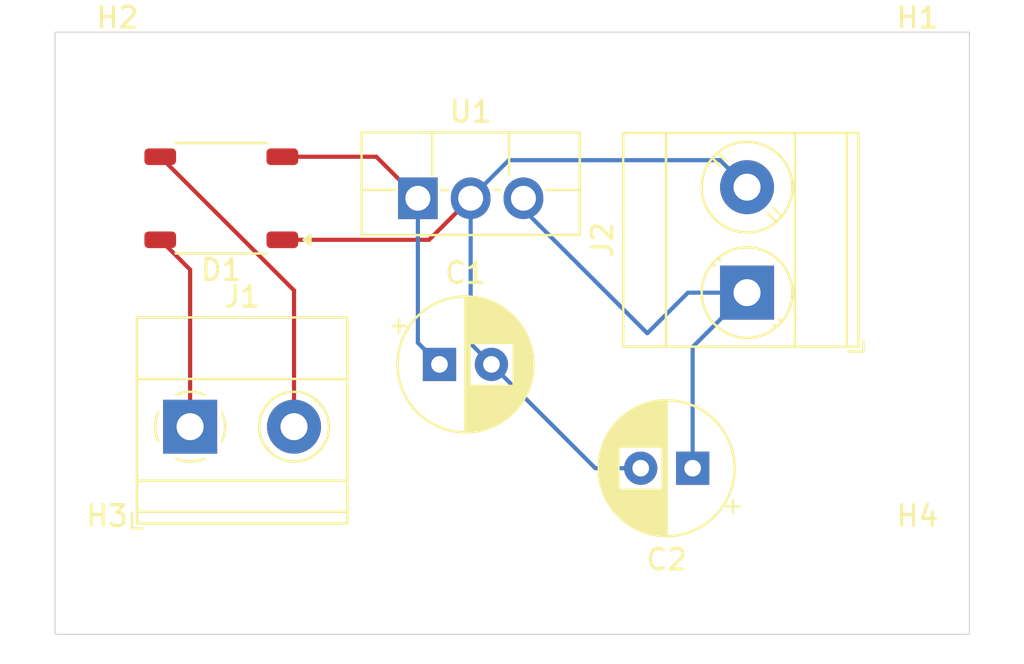
<source format=kicad_pcb>
(kicad_pcb (version 20240108) (generator "pcbnew") (generator_version "8.0")
  (layers (0 "F.Cu" signal) (31 "B.Cu" signal) (34 "B.Paste" user) (35 "F.Paste" user) (36 "B.SilkS" user "B.Silkscreen") (37 "F.SilkS" user "F.Silkscreen") (38 "B.Mask" user) (39 "F.Mask" user) (44 "Edge.Cuts" user))
  (net 0 "")
  (net 1 "Net-(D1--)")
  (net 2 "Net-(D1-+)")
  (net 3 "Net-(J1-Pin_1)")
  (net 4 "Net-(J1-Pin_2)")
  (net 5 "Net-(J2-Pin_1)")
  (footprint "TerminalBlock_Phoenix:TerminalBlock_Phoenix_MKDS-1,5-2_1x02_P5.00mm_Horizontal" (layer "F.Cu") (at 141 88.5)
    (property "Reference" "J1" (at 2.5 -6.26 0) (layer "F.SilkS"))
    (property "Value" "Screw_Terminal_01x02")
    (fp_line (start -2.8 4.16) (end -2.8 4.9) (stroke (width 0.12)) (layer "F.SilkS"))
    (fp_line (start -2.8 4.9) (end -2.3 4.9) (stroke (width 0.12)) (layer "F.SilkS"))
    (fp_line (start -2.56 -5.261) (end -2.56 4.66) (stroke (width 0.12)) (layer "F.SilkS"))
    (fp_line (start -2.56 -5.261) (end 7.56 -5.261) (stroke (width 0.12)) (layer "F.SilkS"))
    (fp_line (start -2.56 -2.301) (end 7.56 -2.301) (stroke (width 0.12)) (layer "F.SilkS"))
    (fp_line (start -2.56 2.6) (end 7.56 2.6) (stroke (width 0.12)) (layer "F.SilkS"))
    (fp_line (start -2.56 4.1) (end 7.56 4.1) (stroke (width 0.12)) (layer "F.SilkS"))
    (fp_line (start -2.56 4.66) (end 7.56 4.66) (stroke (width 0.12)) (layer "F.SilkS"))
    (fp_line (start 3.773 1.023) (end 3.726 1.069) (stroke (width 0.12)) (layer "F.SilkS"))
    (fp_line (start 3.966 1.239) (end 3.931 1.274) (stroke (width 0.12)) (layer "F.SilkS"))
    (fp_line (start 6.07 -1.275) (end 6.035 -1.239) (stroke (width 0.12)) (layer "F.SilkS"))
    (fp_line (start 6.275 -1.069) (end 6.228 -1.023) (stroke (width 0.12)) (layer "F.SilkS"))
    (fp_line (start 7.56 -5.261) (end 7.56 4.66) (stroke (width 0.12)) (layer "F.SilkS"))
    (fp_arc (start -1.535427 0.683042) (mid -1.680501 -0.000524) (end -1.535 -0.684) (stroke (width 0.12)) (layer "F.SilkS"))
    (fp_arc (start -0.683042 -1.535427) (mid 0.000524 -1.680501) (end 0.684 -1.535) (stroke (width 0.12)) (layer "F.SilkS"))
    (fp_arc (start 0.028805 1.680253) (mid -0.335551 1.646659) (end -0.684 1.535) (stroke (width 0.12)) (layer "F.SilkS"))
    (fp_arc (start 0.683318 1.534756) (mid 0.349292 1.643288) (end 0 1.68) (stroke (width 0.12)) (layer "F.SilkS"))
    (fp_arc (start 1.535427 -0.683042) (mid 1.680501 0.000524) (end 1.535 0.684) (stroke (width 0.12)) (layer "F.SilkS"))
    (fp_circle (center 5 0) (end 6.68 0) (stroke (width 0.12)) (fill none) (layer "F.SilkS"))
    (pad "1" thru_hole rect (at 0 0) (size 2.6 2.6) (drill 1.3) (layers "*.Cu" "*.Mask") (net 3 "Net-(J1-Pin_1)"))
    (pad "2" thru_hole circle (at 5 0) (size 2.6 2.6) (drill 1.3) (layers "*.Cu" "*.Mask") (net 4 "Net-(J1-Pin_2)"))
  )
  (footprint "MountingHole:MountingHole_2mm" (layer "F.Cu") (at 176 72)
    (property "Reference" "H1" (at 0 -3.2 0) (layer "F.SilkS"))
    (property "Value" "MountingHole")
    (pad "" np_thru_hole circle (at 0 0) (size 2 2) (drill 2) (layers "*.Cu" "*.Mask"))
  )
  (footprint "Capacitor_THT:CP_Radial_D6.3mm_P2.50mm" (layer "F.Cu") (at 165.18238 90.5 180)
    (property "Reference" "C2" (at 1.25 -4.4 0) (layer "F.SilkS"))
    (property "Value" "C_Polarized")
    (fp_line (start 4.491 -0.402) (end 4.491 0.402) (stroke (width 0.12)) (layer "F.SilkS"))
    (fp_line (start 4.451 -0.633) (end 4.451 0.633) (stroke (width 0.12)) (layer "F.SilkS"))
    (fp_line (start 4.411 -0.802) (end 4.411 0.802) (stroke (width 0.12)) (layer "F.SilkS"))
    (fp_line (start 4.371 -0.94) (end 4.371 0.94) (stroke (width 0.12)) (layer "F.SilkS"))
    (fp_line (start 4.331 -1.059) (end 4.331 1.059) (stroke (width 0.12)) (layer "F.SilkS"))
    (fp_line (start 4.291 -1.165) (end 4.291 1.165) (stroke (width 0.12)) (layer "F.SilkS"))
    (fp_line (start 4.251 -1.262) (end 4.251 1.262) (stroke (width 0.12)) (layer "F.SilkS"))
    (fp_line (start 4.211 -1.35) (end 4.211 1.35) (stroke (width 0.12)) (layer "F.SilkS"))
    (fp_line (start 4.171 -1.432) (end 4.171 1.432) (stroke (width 0.12)) (layer "F.SilkS"))
    (fp_line (start 4.131 -1.509) (end 4.131 1.509) (stroke (width 0.12)) (layer "F.SilkS"))
    (fp_line (start 4.091 -1.581) (end 4.091 1.581) (stroke (width 0.12)) (layer "F.SilkS"))
    (fp_line (start 4.051 -1.65) (end 4.051 1.65) (stroke (width 0.12)) (layer "F.SilkS"))
    (fp_line (start 4.011 -1.714) (end 4.011 1.714) (stroke (width 0.12)) (layer "F.SilkS"))
    (fp_line (start 3.971 -1.776) (end 3.971 1.776) (stroke (width 0.12)) (layer "F.SilkS"))
    (fp_line (start 3.931 -1.834) (end 3.931 1.834) (stroke (width 0.12)) (layer "F.SilkS"))
    (fp_line (start 3.891 -1.89) (end 3.891 1.89) (stroke (width 0.12)) (layer "F.SilkS"))
    (fp_line (start 3.851 -1.944) (end 3.851 1.944) (stroke (width 0.12)) (layer "F.SilkS"))
    (fp_line (start 3.811 -1.995) (end 3.811 1.995) (stroke (width 0.12)) (layer "F.SilkS"))
    (fp_line (start 3.771 -2.044) (end 3.771 2.044) (stroke (width 0.12)) (layer "F.SilkS"))
    (fp_line (start 3.731 -2.092) (end 3.731 2.092) (stroke (width 0.12)) (layer "F.SilkS"))
    (fp_line (start 3.691 -2.137) (end 3.691 2.137) (stroke (width 0.12)) (layer "F.SilkS"))
    (fp_line (start 3.651 -2.182) (end 3.651 2.182) (stroke (width 0.12)) (layer "F.SilkS"))
    (fp_line (start 3.611 -2.224) (end 3.611 2.224) (stroke (width 0.12)) (layer "F.SilkS"))
    (fp_line (start 3.571 -2.265) (end 3.571 2.265) (stroke (width 0.12)) (layer "F.SilkS"))
    (fp_line (start 3.531 1.04) (end 3.531 2.305) (stroke (width 0.12)) (layer "F.SilkS"))
    (fp_line (start 3.531 -2.305) (end 3.531 -1.04) (stroke (width 0.12)) (layer "F.SilkS"))
    (fp_line (start 3.491 1.04) (end 3.491 2.343) (stroke (width 0.12)) (layer "F.SilkS"))
    (fp_line (start 3.491 -2.343) (end 3.491 -1.04) (stroke (width 0.12)) (layer "F.SilkS"))
    (fp_line (start 3.451 1.04) (end 3.451 2.38) (stroke (width 0.12)) (layer "F.SilkS"))
    (fp_line (start 3.451 -2.38) (end 3.451 -1.04) (stroke (width 0.12)) (layer "F.SilkS"))
    (fp_line (start 3.411 1.04) (end 3.411 2.416) (stroke (width 0.12)) (layer "F.SilkS"))
    (fp_line (start 3.411 -2.416) (end 3.411 -1.04) (stroke (width 0.12)) (layer "F.SilkS"))
    (fp_line (start 3.371 1.04) (end 3.371 2.45) (stroke (width 0.12)) (layer "F.SilkS"))
    (fp_line (start 3.371 -2.45) (end 3.371 -1.04) (stroke (width 0.12)) (layer "F.SilkS"))
    (fp_line (start 3.331 1.04) (end 3.331 2.484) (stroke (width 0.12)) (layer "F.SilkS"))
    (fp_line (start 3.331 -2.484) (end 3.331 -1.04) (stroke (width 0.12)) (layer "F.SilkS"))
    (fp_line (start 3.291 1.04) (end 3.291 2.516) (stroke (width 0.12)) (layer "F.SilkS"))
    (fp_line (start 3.291 -2.516) (end 3.291 -1.04) (stroke (width 0.12)) (layer "F.SilkS"))
    (fp_line (start 3.251 1.04) (end 3.251 2.548) (stroke (width 0.12)) (layer "F.SilkS"))
    (fp_line (start 3.251 -2.548) (end 3.251 -1.04) (stroke (width 0.12)) (layer "F.SilkS"))
    (fp_line (start 3.211 1.04) (end 3.211 2.578) (stroke (width 0.12)) (layer "F.SilkS"))
    (fp_line (start 3.211 -2.578) (end 3.211 -1.04) (stroke (width 0.12)) (layer "F.SilkS"))
    (fp_line (start 3.171 1.04) (end 3.171 2.607) (stroke (width 0.12)) (layer "F.SilkS"))
    (fp_line (start 3.171 -2.607) (end 3.171 -1.04) (stroke (width 0.12)) (layer "F.SilkS"))
    (fp_line (start 3.131 1.04) (end 3.131 2.636) (stroke (width 0.12)) (layer "F.SilkS"))
    (fp_line (start 3.131 -2.636) (end 3.131 -1.04) (stroke (width 0.12)) (layer "F.SilkS"))
    (fp_line (start 3.091 1.04) (end 3.091 2.664) (stroke (width 0.12)) (layer "F.SilkS"))
    (fp_line (start 3.091 -2.664) (end 3.091 -1.04) (stroke (width 0.12)) (layer "F.SilkS"))
    (fp_line (start 3.051 1.04) (end 3.051 2.69) (stroke (width 0.12)) (layer "F.SilkS"))
    (fp_line (start 3.051 -2.69) (end 3.051 -1.04) (stroke (width 0.12)) (layer "F.SilkS"))
    (fp_line (start 3.011 1.04) (end 3.011 2.716) (stroke (width 0.12)) (layer "F.SilkS"))
    (fp_line (start 3.011 -2.716) (end 3.011 -1.04) (stroke (width 0.12)) (layer "F.SilkS"))
    (fp_line (start 2.971 1.04) (end 2.971 2.742) (stroke (width 0.12)) (layer "F.SilkS"))
    (fp_line (start 2.971 -2.742) (end 2.971 -1.04) (stroke (width 0.12)) (layer "F.SilkS"))
    (fp_line (start 2.931 1.04) (end 2.931 2.766) (stroke (width 0.12)) (layer "F.SilkS"))
    (fp_line (start 2.931 -2.766) (end 2.931 -1.04) (stroke (width 0.12)) (layer "F.SilkS"))
    (fp_line (start 2.891 1.04) (end 2.891 2.79) (stroke (width 0.12)) (layer "F.SilkS"))
    (fp_line (start 2.891 -2.79) (end 2.891 -1.04) (stroke (width 0.12)) (layer "F.SilkS"))
    (fp_line (start 2.851 1.04) (end 2.851 2.812) (stroke (width 0.12)) (layer "F.SilkS"))
    (fp_line (start 2.851 -2.812) (end 2.851 -1.04) (stroke (width 0.12)) (layer "F.SilkS"))
    (fp_line (start 2.811 1.04) (end 2.811 2.834) (stroke (width 0.12)) (layer "F.SilkS"))
    (fp_line (start 2.811 -2.834) (end 2.811 -1.04) (stroke (width 0.12)) (layer "F.SilkS"))
    (fp_line (start 2.771 1.04) (end 2.771 2.856) (stroke (width 0.12)) (layer "F.SilkS"))
    (fp_line (start 2.771 -2.856) (end 2.771 -1.04) (stroke (width 0.12)) (layer "F.SilkS"))
    (fp_line (start 2.731 1.04) (end 2.731 2.876) (stroke (width 0.12)) (layer "F.SilkS"))
    (fp_line (start 2.731 -2.876) (end 2.731 -1.04) (stroke (width 0.12)) (layer "F.SilkS"))
    (fp_line (start 2.691 1.04) (end 2.691 2.896) (stroke (width 0.12)) (layer "F.SilkS"))
    (fp_line (start 2.691 -2.896) (end 2.691 -1.04) (stroke (width 0.12)) (layer "F.SilkS"))
    (fp_line (start 2.651 1.04) (end 2.651 2.916) (stroke (width 0.12)) (layer "F.SilkS"))
    (fp_line (start 2.651 -2.916) (end 2.651 -1.04) (stroke (width 0.12)) (layer "F.SilkS"))
    (fp_line (start 2.611 1.04) (end 2.611 2.934) (stroke (width 0.12)) (layer "F.SilkS"))
    (fp_line (start 2.611 -2.934) (end 2.611 -1.04) (stroke (width 0.12)) (layer "F.SilkS"))
    (fp_line (start 2.571 1.04) (end 2.571 2.952) (stroke (width 0.12)) (layer "F.SilkS"))
    (fp_line (start 2.571 -2.952) (end 2.571 -1.04) (stroke (width 0.12)) (layer "F.SilkS"))
    (fp_line (start 2.531 1.04) (end 2.531 2.97) (stroke (width 0.12)) (layer "F.SilkS"))
    (fp_line (start 2.531 -2.97) (end 2.531 -1.04) (stroke (width 0.12)) (layer "F.SilkS"))
    (fp_line (start 2.491 1.04) (end 2.491 2.986) (stroke (width 0.12)) (layer "F.SilkS"))
    (fp_line (start 2.491 -2.986) (end 2.491 -1.04) (stroke (width 0.12)) (layer "F.SilkS"))
    (fp_line (start 2.451 1.04) (end 2.451 3.002) (stroke (width 0.12)) (layer "F.SilkS"))
    (fp_line (start 2.451 -3.002) (end 2.451 -1.04) (stroke (width 0.12)) (layer "F.SilkS"))
    (fp_line (start 2.411 1.04) (end 2.411 3.018) (stroke (width 0.12)) (layer "F.SilkS"))
    (fp_line (start 2.411 -3.018) (end 2.411 -1.04) (stroke (width 0.12)) (layer "F.SilkS"))
    (fp_line (start 2.371 1.04) (end 2.371 3.033) (stroke (width 0.12)) (layer "F.SilkS"))
    (fp_line (start 2.371 -3.033) (end 2.371 -1.04) (stroke (width 0.12)) (layer "F.SilkS"))
    (fp_line (start 2.331 1.04) (end 2.331 3.047) (stroke (width 0.12)) (layer "F.SilkS"))
    (fp_line (start 2.331 -3.047) (end 2.331 -1.04) (stroke (width 0.12)) (layer "F.SilkS"))
    (fp_line (start 2.291 1.04) (end 2.291 3.061) (stroke (width 0.12)) (layer "F.SilkS"))
    (fp_line (start 2.291 -3.061) (end 2.291 -1.04) (stroke (width 0.12)) (layer "F.SilkS"))
    (fp_line (start 2.251 1.04) (end 2.251 3.074) (stroke (width 0.12)) (layer "F.SilkS"))
    (fp_line (start 2.251 -3.074) (end 2.251 -1.04) (stroke (width 0.12)) (layer "F.SilkS"))
    (fp_line (start 2.211 1.04) (end 2.211 3.086) (stroke (width 0.12)) (layer "F.SilkS"))
    (fp_line (start 2.211 -3.086) (end 2.211 -1.04) (stroke (width 0.12)) (layer "F.SilkS"))
    (fp_line (start 2.171 1.04) (end 2.171 3.098) (stroke (width 0.12)) (layer "F.SilkS"))
    (fp_line (start 2.171 -3.098) (end 2.171 -1.04) (stroke (width 0.12)) (layer "F.SilkS"))
    (fp_line (start 2.131 1.04) (end 2.131 3.11) (stroke (width 0.12)) (layer "F.SilkS"))
    (fp_line (start 2.131 -3.11) (end 2.131 -1.04) (stroke (width 0.12)) (layer "F.SilkS"))
    (fp_line (start 2.091 1.04) (end 2.091 3.121) (stroke (width 0.12)) (layer "F.SilkS"))
    (fp_line (start 2.091 -3.121) (end 2.091 -1.04) (stroke (width 0.12)) (layer "F.SilkS"))
    (fp_line (start 2.051 1.04) (end 2.051 3.131) (stroke (width 0.12)) (layer "F.SilkS"))
    (fp_line (start 2.051 -3.131) (end 2.051 -1.04) (stroke (width 0.12)) (layer "F.SilkS"))
    (fp_line (start 2.011 1.04) (end 2.011 3.141) (stroke (width 0.12)) (layer "F.SilkS"))
    (fp_line (start 2.011 -3.141) (end 2.011 -1.04) (stroke (width 0.12)) (layer "F.SilkS"))
    (fp_line (start 1.971 1.04) (end 1.971 3.15) (stroke (width 0.12)) (layer "F.SilkS"))
    (fp_line (start 1.971 -3.15) (end 1.971 -1.04) (stroke (width 0.12)) (layer "F.SilkS"))
    (fp_line (start 1.93 1.04) (end 1.93 3.159) (stroke (width 0.12)) (layer "F.SilkS"))
    (fp_line (start 1.93 -3.159) (end 1.93 -1.04) (stroke (width 0.12)) (layer "F.SilkS"))
    (fp_line (start 1.89 1.04) (end 1.89 3.167) (stroke (width 0.12)) (layer "F.SilkS"))
    (fp_line (start 1.89 -3.167) (end 1.89 -1.04) (stroke (width 0.12)) (layer "F.SilkS"))
    (fp_line (start 1.85 1.04) (end 1.85 3.175) (stroke (width 0.12)) (layer "F.SilkS"))
    (fp_line (start 1.85 -3.175) (end 1.85 -1.04) (stroke (width 0.12)) (layer "F.SilkS"))
    (fp_line (start 1.81 1.04) (end 1.81 3.182) (stroke (width 0.12)) (layer "F.SilkS"))
    (fp_line (start 1.81 -3.182) (end 1.81 -1.04) (stroke (width 0.12)) (layer "F.SilkS"))
    (fp_line (start 1.77 1.04) (end 1.77 3.189) (stroke (width 0.12)) (layer "F.SilkS"))
    (fp_line (start 1.77 -3.189) (end 1.77 -1.04) (stroke (width 0.12)) (layer "F.SilkS"))
    (fp_line (start 1.73 1.04) (end 1.73 3.195) (stroke (width 0.12)) (layer "F.SilkS"))
    (fp_line (start 1.73 -3.195) (end 1.73 -1.04) (stroke (width 0.12)) (layer "F.SilkS"))
    (fp_line (start 1.69 1.04) (end 1.69 3.201) (stroke (width 0.12)) (layer "F.SilkS"))
    (fp_line (start 1.69 -3.201) (end 1.69 -1.04) (stroke (width 0.12)) (layer "F.SilkS"))
    (fp_line (start 1.65 1.04) (end 1.65 3.206) (stroke (width 0.12)) (layer "F.SilkS"))
    (fp_line (start 1.65 -3.206) (end 1.65 -1.04) (stroke (width 0.12)) (layer "F.SilkS"))
    (fp_line (start 1.61 1.04) (end 1.61 3.211) (stroke (width 0.12)) (layer "F.SilkS"))
    (fp_line (start 1.61 -3.211) (end 1.61 -1.04) (stroke (width 0.12)) (layer "F.SilkS"))
    (fp_line (start 1.57 1.04) (end 1.57 3.215) (stroke (width 0.12)) (layer "F.SilkS"))
    (fp_line (start 1.57 -3.215) (end 1.57 -1.04) (stroke (width 0.12)) (layer "F.SilkS"))
    (fp_line (start 1.53 1.04) (end 1.53 3.218) (stroke (width 0.12)) (layer "F.SilkS"))
    (fp_line (start 1.53 -3.218) (end 1.53 -1.04) (stroke (width 0.12)) (layer "F.SilkS"))
    (fp_line (start 1.49 1.04) (end 1.49 3.222) (stroke (width 0.12)) (layer "F.SilkS"))
    (fp_line (start 1.49 -3.222) (end 1.49 -1.04) (stroke (width 0.12)) (layer "F.SilkS"))
    (fp_line (start 1.45 -3.224) (end 1.45 3.224) (stroke (width 0.12)) (layer "F.SilkS"))
    (fp_line (start 1.41 -3.227) (end 1.41 3.227) (stroke (width 0.12)) (layer "F.SilkS"))
    (fp_line (start 1.37 -3.228) (end 1.37 3.228) (stroke (width 0.12)) (layer "F.SilkS"))
    (fp_line (start 1.33 -3.23) (end 1.33 3.23) (stroke (width 0.12)) (layer "F.SilkS"))
    (fp_line (start 1.29 -3.23) (end 1.29 3.23) (stroke (width 0.12)) (layer "F.SilkS"))
    (fp_line (start 1.25 -3.23) (end 1.25 3.23) (stroke (width 0.12)) (layer "F.SilkS"))
    (fp_line (start -1.935241 -2.154) (end -1.935241 -1.524) (stroke (width 0.12)) (layer "F.SilkS"))
    (fp_line (start -2.250241 -1.839) (end -1.620241 -1.839) (stroke (width 0.12)) (layer "F.SilkS"))
    (fp_circle (center 1.25 0) (end 4.52 0) (stroke (width 0.12)) (fill none) (layer "F.SilkS"))
    (pad "1" thru_hole rect (at 0 0 180) (size 1.6 1.6) (drill 0.8) (layers "*.Cu" "*.Mask") (net 5 "Net-(J2-Pin_1)"))
    (pad "2" thru_hole circle (at 2.5 0 180) (size 1.6 1.6) (drill 0.8) (layers "*.Cu" "*.Mask") (net 2 "Net-(D1-+)"))
  )
  (footprint "MountingHole:MountingHole_2mm" (layer "F.Cu") (at 137 96)
    (property "Reference" "H3" (at 0 -3.2 0) (layer "F.SilkS"))
    (property "Value" "MountingHole")
    (pad "" np_thru_hole circle (at 0 0) (size 2 2) (drill 2) (layers "*.Cu" "*.Mask"))
  )
  (footprint "Package_SO:TSSOP-4_4.4x5mm_P4mm" (layer "F.Cu") (at 142.5 77.5 180)
    (property "Reference" "D1" (at 0 -3.45 0) (layer "F.SilkS"))
    (property "Value" "MDB10S")
    (fp_line (start 0 2.66) (end 2.2 2.66) (stroke (width 0.12)) (layer "F.SilkS"))
    (fp_line (start 0 2.66) (end -2.2 2.66) (stroke (width 0.12)) (layer "F.SilkS"))
    (fp_line (start 0 -2.66) (end 2.2 -2.66) (stroke (width 0.12)) (layer "F.SilkS"))
    (fp_line (start 0 -2.66) (end -2.2 -2.66) (stroke (width 0.12)) (layer "F.SilkS"))
    (fp_poly (pts (xy -3.96 -2) (xy -4.29 -2.24) (xy -4.29 -1.76) (xy -3.96 -2)) (stroke (width 0.12)) (fill solid) (layer "F.SilkS"))
    (pad "1" smd roundrect (at -2.9375 -2 180) (size 1.525 0.8) (layers "F.Cu" "F.Paste" "F.Mask") (net 2 "Net-(D1-+)"))
    (pad "2" smd roundrect (at -2.9375 2 180) (size 1.525 0.8) (layers "F.Cu" "F.Paste" "F.Mask") (net 1 "Net-(D1--)"))
    (pad "3" smd roundrect (at 2.9375 2 180) (size 1.525 0.8) (layers "F.Cu" "F.Paste" "F.Mask") (net 4 "Net-(J1-Pin_2)"))
    (pad "4" smd roundrect (at 2.9375 -2 180) (size 1.525 0.8) (layers "F.Cu" "F.Paste" "F.Mask") (net 3 "Net-(J1-Pin_1)"))
  )
  (footprint "Package_TO_SOT_THT:TO-220F-3_Vertical" (layer "F.Cu") (at 151.96 77.5)
    (property "Reference" "U1" (at 2.54 -4.1675 0) (layer "F.SilkS"))
    (property "Value" "L7805")
    (fp_line (start -2.71 -3.168) (end -2.71 1.773) (stroke (width 0.12)) (layer "F.SilkS"))
    (fp_line (start -2.71 -3.168) (end 7.79 -3.168) (stroke (width 0.12)) (layer "F.SilkS"))
    (fp_line (start -2.71 -0.408) (end -1.103 -0.408) (stroke (width 0.12)) (layer "F.SilkS"))
    (fp_line (start -2.71 1.773) (end 7.79 1.773) (stroke (width 0.12)) (layer "F.SilkS"))
    (fp_line (start 0.69 -3.168) (end 0.69 -1.15) (stroke (width 0.12)) (layer "F.SilkS"))
    (fp_line (start 1.103 -0.408) (end 1.438 -0.408) (stroke (width 0.12)) (layer "F.SilkS"))
    (fp_line (start 3.643 -0.408) (end 3.978 -0.408) (stroke (width 0.12)) (layer "F.SilkS"))
    (fp_line (start 4.391 -3.168) (end 4.391 -1.15) (stroke (width 0.12)) (layer "F.SilkS"))
    (fp_line (start 6.183 -0.408) (end 7.79 -0.408) (stroke (width 0.12)) (layer "F.SilkS"))
    (fp_line (start 7.79 -3.168) (end 7.79 1.773) (stroke (width 0.12)) (layer "F.SilkS"))
    (pad "1" thru_hole rect (at 0 0) (size 1.905 2) (drill 1.2) (layers "*.Cu" "*.Mask") (net 1 "Net-(D1--)"))
    (pad "2" thru_hole oval (at 2.54 0) (size 1.905 2) (drill 1.2) (layers "*.Cu" "*.Mask") (net 2 "Net-(D1-+)"))
    (pad "3" thru_hole oval (at 5.08 0) (size 1.905 2) (drill 1.2) (layers "*.Cu" "*.Mask") (net 5 "Net-(J2-Pin_1)"))
  )
  (footprint "MountingHole:MountingHole_2mm" (layer "F.Cu") (at 176 96)
    (property "Reference" "H4" (at 0 -3.2 0) (layer "F.SilkS"))
    (property "Value" "MountingHole")
    (pad "" np_thru_hole circle (at 0 0) (size 2 2) (drill 2) (layers "*.Cu" "*.Mask"))
  )
  (footprint "Capacitor_THT:CP_Radial_D6.3mm_P2.50mm" (layer "F.Cu") (at 153 85.5)
    (property "Reference" "C1" (at 1.25 -4.4 0) (layer "F.SilkS"))
    (property "Value" "C_Polarized")
    (fp_line (start -2.250241 -1.839) (end -1.620241 -1.839) (stroke (width 0.12)) (layer "F.SilkS"))
    (fp_line (start -1.935241 -2.154) (end -1.935241 -1.524) (stroke (width 0.12)) (layer "F.SilkS"))
    (fp_line (start 1.25 -3.23) (end 1.25 3.23) (stroke (width 0.12)) (layer "F.SilkS"))
    (fp_line (start 1.29 -3.23) (end 1.29 3.23) (stroke (width 0.12)) (layer "F.SilkS"))
    (fp_line (start 1.33 -3.23) (end 1.33 3.23) (stroke (width 0.12)) (layer "F.SilkS"))
    (fp_line (start 1.37 -3.228) (end 1.37 3.228) (stroke (width 0.12)) (layer "F.SilkS"))
    (fp_line (start 1.41 -3.227) (end 1.41 3.227) (stroke (width 0.12)) (layer "F.SilkS"))
    (fp_line (start 1.45 -3.224) (end 1.45 3.224) (stroke (width 0.12)) (layer "F.SilkS"))
    (fp_line (start 1.49 -3.222) (end 1.49 -1.04) (stroke (width 0.12)) (layer "F.SilkS"))
    (fp_line (start 1.49 1.04) (end 1.49 3.222) (stroke (width 0.12)) (layer "F.SilkS"))
    (fp_line (start 1.53 -3.218) (end 1.53 -1.04) (stroke (width 0.12)) (layer "F.SilkS"))
    (fp_line (start 1.53 1.04) (end 1.53 3.218) (stroke (width 0.12)) (layer "F.SilkS"))
    (fp_line (start 1.57 -3.215) (end 1.57 -1.04) (stroke (width 0.12)) (layer "F.SilkS"))
    (fp_line (start 1.57 1.04) (end 1.57 3.215) (stroke (width 0.12)) (layer "F.SilkS"))
    (fp_line (start 1.61 -3.211) (end 1.61 -1.04) (stroke (width 0.12)) (layer "F.SilkS"))
    (fp_line (start 1.61 1.04) (end 1.61 3.211) (stroke (width 0.12)) (layer "F.SilkS"))
    (fp_line (start 1.65 -3.206) (end 1.65 -1.04) (stroke (width 0.12)) (layer "F.SilkS"))
    (fp_line (start 1.65 1.04) (end 1.65 3.206) (stroke (width 0.12)) (layer "F.SilkS"))
    (fp_line (start 1.69 -3.201) (end 1.69 -1.04) (stroke (width 0.12)) (layer "F.SilkS"))
    (fp_line (start 1.69 1.04) (end 1.69 3.201) (stroke (width 0.12)) (layer "F.SilkS"))
    (fp_line (start 1.73 -3.195) (end 1.73 -1.04) (stroke (width 0.12)) (layer "F.SilkS"))
    (fp_line (start 1.73 1.04) (end 1.73 3.195) (stroke (width 0.12)) (layer "F.SilkS"))
    (fp_line (start 1.77 -3.189) (end 1.77 -1.04) (stroke (width 0.12)) (layer "F.SilkS"))
    (fp_line (start 1.77 1.04) (end 1.77 3.189) (stroke (width 0.12)) (layer "F.SilkS"))
    (fp_line (start 1.81 -3.182) (end 1.81 -1.04) (stroke (width 0.12)) (layer "F.SilkS"))
    (fp_line (start 1.81 1.04) (end 1.81 3.182) (stroke (width 0.12)) (layer "F.SilkS"))
    (fp_line (start 1.85 -3.175) (end 1.85 -1.04) (stroke (width 0.12)) (layer "F.SilkS"))
    (fp_line (start 1.85 1.04) (end 1.85 3.175) (stroke (width 0.12)) (layer "F.SilkS"))
    (fp_line (start 1.89 -3.167) (end 1.89 -1.04) (stroke (width 0.12)) (layer "F.SilkS"))
    (fp_line (start 1.89 1.04) (end 1.89 3.167) (stroke (width 0.12)) (layer "F.SilkS"))
    (fp_line (start 1.93 -3.159) (end 1.93 -1.04) (stroke (width 0.12)) (layer "F.SilkS"))
    (fp_line (start 1.93 1.04) (end 1.93 3.159) (stroke (width 0.12)) (layer "F.SilkS"))
    (fp_line (start 1.971 -3.15) (end 1.971 -1.04) (stroke (width 0.12)) (layer "F.SilkS"))
    (fp_line (start 1.971 1.04) (end 1.971 3.15) (stroke (width 0.12)) (layer "F.SilkS"))
    (fp_line (start 2.011 -3.141) (end 2.011 -1.04) (stroke (width 0.12)) (layer "F.SilkS"))
    (fp_line (start 2.011 1.04) (end 2.011 3.141) (stroke (width 0.12)) (layer "F.SilkS"))
    (fp_line (start 2.051 -3.131) (end 2.051 -1.04) (stroke (width 0.12)) (layer "F.SilkS"))
    (fp_line (start 2.051 1.04) (end 2.051 3.131) (stroke (width 0.12)) (layer "F.SilkS"))
    (fp_line (start 2.091 -3.121) (end 2.091 -1.04) (stroke (width 0.12)) (layer "F.SilkS"))
    (fp_line (start 2.091 1.04) (end 2.091 3.121) (stroke (width 0.12)) (layer "F.SilkS"))
    (fp_line (start 2.131 -3.11) (end 2.131 -1.04) (stroke (width 0.12)) (layer "F.SilkS"))
    (fp_line (start 2.131 1.04) (end 2.131 3.11) (stroke (width 0.12)) (layer "F.SilkS"))
    (fp_line (start 2.171 -3.098) (end 2.171 -1.04) (stroke (width 0.12)) (layer "F.SilkS"))
    (fp_line (start 2.171 1.04) (end 2.171 3.098) (stroke (width 0.12)) (layer "F.SilkS"))
    (fp_line (start 2.211 -3.086) (end 2.211 -1.04) (stroke (width 0.12)) (layer "F.SilkS"))
    (fp_line (start 2.211 1.04) (end 2.211 3.086) (stroke (width 0.12)) (layer "F.SilkS"))
    (fp_line (start 2.251 -3.074) (end 2.251 -1.04) (stroke (width 0.12)) (layer "F.SilkS"))
    (fp_line (start 2.251 1.04) (end 2.251 3.074) (stroke (width 0.12)) (layer "F.SilkS"))
    (fp_line (start 2.291 -3.061) (end 2.291 -1.04) (stroke (width 0.12)) (layer "F.SilkS"))
    (fp_line (start 2.291 1.04) (end 2.291 3.061) (stroke (width 0.12)) (layer "F.SilkS"))
    (fp_line (start 2.331 -3.047) (end 2.331 -1.04) (stroke (width 0.12)) (layer "F.SilkS"))
    (fp_line (start 2.331 1.04) (end 2.331 3.047) (stroke (width 0.12)) (layer "F.SilkS"))
    (fp_line (start 2.371 -3.033) (end 2.371 -1.04) (stroke (width 0.12)) (layer "F.SilkS"))
    (fp_line (start 2.371 1.04) (end 2.371 3.033) (stroke (width 0.12)) (layer "F.SilkS"))
    (fp_line (start 2.411 -3.018) (end 2.411 -1.04) (stroke (width 0.12)) (layer "F.SilkS"))
    (fp_line (start 2.411 1.04) (end 2.411 3.018) (stroke (width 0.12)) (layer "F.SilkS"))
    (fp_line (start 2.451 -3.002) (end 2.451 -1.04) (stroke (width 0.12)) (layer "F.SilkS"))
    (fp_line (start 2.451 1.04) (end 2.451 3.002) (stroke (width 0.12)) (layer "F.SilkS"))
    (fp_line (start 2.491 -2.986) (end 2.491 -1.04) (stroke (width 0.12)) (layer "F.SilkS"))
    (fp_line (start 2.491 1.04) (end 2.491 2.986) (stroke (width 0.12)) (layer "F.SilkS"))
    (fp_line (start 2.531 -2.97) (end 2.531 -1.04) (stroke (width 0.12)) (layer "F.SilkS"))
    (fp_line (start 2.531 1.04) (end 2.531 2.97) (stroke (width 0.12)) (layer "F.SilkS"))
    (fp_line (start 2.571 -2.952) (end 2.571 -1.04) (stroke (width 0.12)) (layer "F.SilkS"))
    (fp_line (start 2.571 1.04) (end 2.571 2.952) (stroke (width 0.12)) (layer "F.SilkS"))
    (fp_line (start 2.611 -2.934) (end 2.611 -1.04) (stroke (width 0.12)) (layer "F.SilkS"))
    (fp_line (start 2.611 1.04) (end 2.611 2.934) (stroke (width 0.12)) (layer "F.SilkS"))
    (fp_line (start 2.651 -2.916) (end 2.651 -1.04) (stroke (width 0.12)) (layer "F.SilkS"))
    (fp_line (start 2.651 1.04) (end 2.651 2.916) (stroke (width 0.12)) (layer "F.SilkS"))
    (fp_line (start 2.691 -2.896) (end 2.691 -1.04) (stroke (width 0.12)) (layer "F.SilkS"))
    (fp_line (start 2.691 1.04) (end 2.691 2.896) (stroke (width 0.12)) (layer "F.SilkS"))
    (fp_line (start 2.731 -2.876) (end 2.731 -1.04) (stroke (width 0.12)) (layer "F.SilkS"))
    (fp_line (start 2.731 1.04) (end 2.731 2.876) (stroke (width 0.12)) (layer "F.SilkS"))
    (fp_line (start 2.771 -2.856) (end 2.771 -1.04) (stroke (width 0.12)) (layer "F.SilkS"))
    (fp_line (start 2.771 1.04) (end 2.771 2.856) (stroke (width 0.12)) (layer "F.SilkS"))
    (fp_line (start 2.811 -2.834) (end 2.811 -1.04) (stroke (width 0.12)) (layer "F.SilkS"))
    (fp_line (start 2.811 1.04) (end 2.811 2.834) (stroke (width 0.12)) (layer "F.SilkS"))
    (fp_line (start 2.851 -2.812) (end 2.851 -1.04) (stroke (width 0.12)) (layer "F.SilkS"))
    (fp_line (start 2.851 1.04) (end 2.851 2.812) (stroke (width 0.12)) (layer "F.SilkS"))
    (fp_line (start 2.891 -2.79) (end 2.891 -1.04) (stroke (width 0.12)) (layer "F.SilkS"))
    (fp_line (start 2.891 1.04) (end 2.891 2.79) (stroke (width 0.12)) (layer "F.SilkS"))
    (fp_line (start 2.931 -2.766) (end 2.931 -1.04) (stroke (width 0.12)) (layer "F.SilkS"))
    (fp_line (start 2.931 1.04) (end 2.931 2.766) (stroke (width 0.12)) (layer "F.SilkS"))
    (fp_line (start 2.971 -2.742) (end 2.971 -1.04) (stroke (width 0.12)) (layer "F.SilkS"))
    (fp_line (start 2.971 1.04) (end 2.971 2.742) (stroke (width 0.12)) (layer "F.SilkS"))
    (fp_line (start 3.011 -2.716) (end 3.011 -1.04) (stroke (width 0.12)) (layer "F.SilkS"))
    (fp_line (start 3.011 1.04) (end 3.011 2.716) (stroke (width 0.12)) (layer "F.SilkS"))
    (fp_line (start 3.051 -2.69) (end 3.051 -1.04) (stroke (width 0.12)) (layer "F.SilkS"))
    (fp_line (start 3.051 1.04) (end 3.051 2.69) (stroke (width 0.12)) (layer "F.SilkS"))
    (fp_line (start 3.091 -2.664) (end 3.091 -1.04) (stroke (width 0.12)) (layer "F.SilkS"))
    (fp_line (start 3.091 1.04) (end 3.091 2.664) (stroke (width 0.12)) (layer "F.SilkS"))
    (fp_line (start 3.131 -2.636) (end 3.131 -1.04) (stroke (width 0.12)) (layer "F.SilkS"))
    (fp_line (start 3.131 1.04) (end 3.131 2.636) (stroke (width 0.12)) (layer "F.SilkS"))
    (fp_line (start 3.171 -2.607) (end 3.171 -1.04) (stroke (width 0.12)) (layer "F.SilkS"))
    (fp_line (start 3.171 1.04) (end 3.171 2.607) (stroke (width 0.12)) (layer "F.SilkS"))
    (fp_line (start 3.211 -2.578) (end 3.211 -1.04) (stroke (width 0.12)) (layer "F.SilkS"))
    (fp_line (start 3.211 1.04) (end 3.211 2.578) (stroke (width 0.12)) (layer "F.SilkS"))
    (fp_line (start 3.251 -2.548) (end 3.251 -1.04) (stroke (width 0.12)) (layer "F.SilkS"))
    (fp_line (start 3.251 1.04) (end 3.251 2.548) (stroke (width 0.12)) (layer "F.SilkS"))
    (fp_line (start 3.291 -2.516) (end 3.291 -1.04) (stroke (width 0.12)) (layer "F.SilkS"))
    (fp_line (start 3.291 1.04) (end 3.291 2.516) (stroke (width 0.12)) (layer "F.SilkS"))
    (fp_line (start 3.331 -2.484) (end 3.331 -1.04) (stroke (width 0.12)) (layer "F.SilkS"))
    (fp_line (start 3.331 1.04) (end 3.331 2.484) (stroke (width 0.12)) (layer "F.SilkS"))
    (fp_line (start 3.371 -2.45) (end 3.371 -1.04) (stroke (width 0.12)) (layer "F.SilkS"))
    (fp_line (start 3.371 1.04) (end 3.371 2.45) (stroke (width 0.12)) (layer "F.SilkS"))
    (fp_line (start 3.411 -2.416) (end 3.411 -1.04) (stroke (width 0.12)) (layer "F.SilkS"))
    (fp_line (start 3.411 1.04) (end 3.411 2.416) (stroke (width 0.12)) (layer "F.SilkS"))
    (fp_line (start 3.451 -2.38) (end 3.451 -1.04) (stroke (width 0.12)) (layer "F.SilkS"))
    (fp_line (start 3.451 1.04) (end 3.451 2.38) (stroke (width 0.12)) (layer "F.SilkS"))
    (fp_line (start 3.491 -2.343) (end 3.491 -1.04) (stroke (width 0.12)) (layer "F.SilkS"))
    (fp_line (start 3.491 1.04) (end 3.491 2.343) (stroke (width 0.12)) (layer "F.SilkS"))
    (fp_line (start 3.531 -2.305) (end 3.531 -1.04) (stroke (width 0.12)) (layer "F.SilkS"))
    (fp_line (start 3.531 1.04) (end 3.531 2.305) (stroke (width 0.12)) (layer "F.SilkS"))
    (fp_line (start 3.571 -2.265) (end 3.571 2.265) (stroke (width 0.12)) (layer "F.SilkS"))
    (fp_line (start 3.611 -2.224) (end 3.611 2.224) (stroke (width 0.12)) (layer "F.SilkS"))
    (fp_line (start 3.651 -2.182) (end 3.651 2.182) (stroke (width 0.12)) (layer "F.SilkS"))
    (fp_line (start 3.691 -2.137) (end 3.691 2.137) (stroke (width 0.12)) (layer "F.SilkS"))
    (fp_line (start 3.731 -2.092) (end 3.731 2.092) (stroke (width 0.12)) (layer "F.SilkS"))
    (fp_line (start 3.771 -2.044) (end 3.771 2.044) (stroke (width 0.12)) (layer "F.SilkS"))
    (fp_line (start 3.811 -1.995) (end 3.811 1.995) (stroke (width 0.12)) (layer "F.SilkS"))
    (fp_line (start 3.851 -1.944) (end 3.851 1.944) (stroke (width 0.12)) (layer "F.SilkS"))
    (fp_line (start 3.891 -1.89) (end 3.891 1.89) (stroke (width 0.12)) (layer "F.SilkS"))
    (fp_line (start 3.931 -1.834) (end 3.931 1.834) (stroke (width 0.12)) (layer "F.SilkS"))
    (fp_line (start 3.971 -1.776) (end 3.971 1.776) (stroke (width 0.12)) (layer "F.SilkS"))
    (fp_line (start 4.011 -1.714) (end 4.011 1.714) (stroke (width 0.12)) (layer "F.SilkS"))
    (fp_line (start 4.051 -1.65) (end 4.051 1.65) (stroke (width 0.12)) (layer "F.SilkS"))
    (fp_line (start 4.091 -1.581) (end 4.091 1.581) (stroke (width 0.12)) (layer "F.SilkS"))
    (fp_line (start 4.131 -1.509) (end 4.131 1.509) (stroke (width 0.12)) (layer "F.SilkS"))
    (fp_line (start 4.171 -1.432) (end 4.171 1.432) (stroke (width 0.12)) (layer "F.SilkS"))
    (fp_line (start 4.211 -1.35) (end 4.211 1.35) (stroke (width 0.12)) (layer "F.SilkS"))
    (fp_line (start 4.251 -1.262) (end 4.251 1.262) (stroke (width 0.12)) (layer "F.SilkS"))
    (fp_line (start 4.291 -1.165) (end 4.291 1.165) (stroke (width 0.12)) (layer "F.SilkS"))
    (fp_line (start 4.331 -1.059) (end 4.331 1.059) (stroke (width 0.12)) (layer "F.SilkS"))
    (fp_line (start 4.371 -0.94) (end 4.371 0.94) (stroke (width 0.12)) (layer "F.SilkS"))
    (fp_line (start 4.411 -0.802) (end 4.411 0.802) (stroke (width 0.12)) (layer "F.SilkS"))
    (fp_line (start 4.451 -0.633) (end 4.451 0.633) (stroke (width 0.12)) (layer "F.SilkS"))
    (fp_line (start 4.491 -0.402) (end 4.491 0.402) (stroke (width 0.12)) (layer "F.SilkS"))
    (fp_circle (center 1.25 0) (end 4.52 0) (stroke (width 0.12)) (fill none) (layer "F.SilkS"))
    (pad "1" thru_hole rect (at 0 0) (size 1.6 1.6) (drill 0.8) (layers "*.Cu" "*.Mask") (net 1 "Net-(D1--)"))
    (pad "2" thru_hole circle (at 2.5 0) (size 1.6 1.6) (drill 0.8) (layers "*.Cu" "*.Mask") (net 2 "Net-(D1-+)"))
  )
  (footprint "TerminalBlock_Phoenix:TerminalBlock_Phoenix_MKDS-3-2-5.08_1x02_P5.08mm_Horizontal" (layer "F.Cu") (at 167.8 82.045 90)
    (property "Reference" "J2" (at 2.54 -6.96 90) (layer "F.SilkS"))
    (property "Value" "Screw_Terminal_01x02")
    (fp_line (start 7.68 -5.96) (end 7.68 5.36) (stroke (width 0.12)) (layer "F.SilkS"))
    (fp_line (start -2.6 -5.96) (end 7.68 -5.96) (stroke (width 0.12)) (layer "F.SilkS"))
    (fp_line (start -2.6 -5.96) (end -2.6 5.36) (stroke (width 0.12)) (layer "F.SilkS"))
    (fp_line (start -2.6 -3.9) (end 7.68 -3.9) (stroke (width 0.12)) (layer "F.SilkS"))
    (fp_line (start 6.468 -1.654) (end 6.088 -1.274) (stroke (width 0.12)) (layer "F.SilkS"))
    (fp_line (start 1.388 -1.654) (end 1.281 -1.547) (stroke (width 0.12)) (layer "F.SilkS"))
    (fp_line (start 6.734 -1.388) (end 6.339 -0.992) (stroke (width 0.12)) (layer "F.SilkS"))
    (fp_line (start 1.654 -1.388) (end 1.547 -1.281) (stroke (width 0.12)) (layer "F.SilkS"))
    (fp_line (start 3.822 0.992) (end 3.427 1.388) (stroke (width 0.12)) (layer "F.SilkS"))
    (fp_line (start 4.073 1.274) (end 3.693 1.654) (stroke (width 0.12)) (layer "F.SilkS"))
    (fp_line (start -1.548 1.281) (end -1.654 1.388) (stroke (width 0.12)) (layer "F.SilkS"))
    (fp_line (start -1.282 1.547) (end -1.388 1.654) (stroke (width 0.12)) (layer "F.SilkS"))
    (fp_line (start -2.6 2.3) (end 7.68 2.3) (stroke (width 0.12)) (layer "F.SilkS"))
    (fp_line (start -2.6 4.8) (end 7.68 4.8) (stroke (width 0.12)) (layer "F.SilkS"))
    (fp_line (start -2.84 4.86) (end -2.84 5.6) (stroke (width 0.12)) (layer "F.SilkS"))
    (fp_line (start -2.6 5.36) (end 7.68 5.36) (stroke (width 0.12)) (layer "F.SilkS"))
    (fp_line (start -2.84 5.6) (end -2.34 5.6) (stroke (width 0.12)) (layer "F.SilkS"))
    (fp_circle (center 5.08 0) (end 7.26 0) (stroke (width 0.12)) (fill none) (layer "F.SilkS"))
    (fp_circle (center 0 0) (end 2.18 0) (stroke (width 0.12)) (fill none) (layer "F.SilkS"))
    (pad "1" thru_hole rect (at 0 0 90) (size 2.6 2.6) (drill 1.3) (layers "*.Cu" "*.Mask") (net 5 "Net-(J2-Pin_1)"))
    (pad "2" thru_hole circle (at 5.08 0 90) (size 2.6 2.6) (drill 1.3) (layers "*.Cu" "*.Mask") (net 2 "Net-(D1-+)"))
  )
  (footprint "MountingHole:MountingHole_2mm" (layer "F.Cu") (at 137.5 72)
    (property "Reference" "H2" (at 0 -3.2 0) (layer "F.SilkS"))
    (property "Value" "MountingHole")
    (pad "" np_thru_hole circle (at 0 0) (size 2 2) (drill 2) (layers "*.Cu" "*.Mask"))
  )
  (gr_rect (start 134.5 69.5) (end 178.5 98.5) (stroke (width 0.05)) (fill none) (layer "Edge.Cuts"))
  (segment (start 145.4375 75.5) (end 149.96 75.5) (width 0.2) (layer "F.Cu") (net 1))
  (segment (start 149.96 75.5) (end 151.96 77.5) (width 0.2) (layer "F.Cu") (net 1))
  (segment (start 151.96 84.46) (end 153 85.5) (width 0.2) (layer "B.Cu") (net 1))
  (segment (start 151.96 77.5) (end 151.96 84.46) (width 0.2) (layer "B.Cu") (net 1))
  (segment (start 152.5 79.5) (end 154.5 77.5) (width 0.2) (layer "F.Cu") (net 2))
  (segment (start 145.4375 79.5) (end 152.5 79.5) (width 0.2) (layer "F.Cu") (net 2))
  (segment (start 162.68238 90.5) (end 160.5 90.5) (width 0.2) (layer "B.Cu") (net 2))
  (segment (start 167.8 76.965) (end 167.8 76.7) (width 0.2) (layer "B.Cu") (net 2))
  (segment (start 156.335 75.665) (end 154.5 77.5) (width 0.2) (layer "B.Cu") (net 2))
  (segment (start 154.5 77.5) (end 154.5 84.5) (width 0.2) (layer "B.Cu") (net 2))
  (segment (start 160.5 90.5) (end 155.5 85.5) (width 0.2) (layer "B.Cu") (net 2))
  (segment (start 167.8 76.7) (end 168 76.5) (width 0.2) (layer "B.Cu") (net 2))
  (segment (start 154.5 84.5) (end 155.5 85.5) (width 0.2) (layer "B.Cu") (net 2))
  (segment (start 167.8 76.965) (end 166.5 75.665) (width 0.2) (layer "B.Cu") (net 2))
  (segment (start 166.5 75.665) (end 156.335 75.665) (width 0.2) (layer "B.Cu") (net 2))
  (segment (start 141 80.9375) (end 141 88) (width 0.2) (layer "F.Cu") (net 3))
  (segment (start 139.5625 79.5) (end 141 80.9375) (width 0.2) (layer "F.Cu") (net 3))
  (segment (start 139.5625 75.5) (end 146 81.9375) (width 0.2) (layer "F.Cu") (net 4))
  (segment (start 146 81.9375) (end 146 88) (width 0.2) (layer "F.Cu") (net 4))
  (segment (start 164.955 82.045) (end 167.8 82.045) (width 0.2) (layer "B.Cu") (net 5))
  (segment (start 165.18238 90.5) (end 165.18238 84.66262) (width 0.2) (layer "B.Cu") (net 5))
  (segment (start 165.18238 84.66262) (end 167.8 82.045) (width 0.2) (layer "B.Cu") (net 5))
  (segment (start 157.04 77.5) (end 157.04 78.04) (width 0.2) (layer "B.Cu") (net 5))
  (segment (start 157.04 78.04) (end 163 84) (width 0.2) (layer "B.Cu") (net 5))
  (segment (start 163 84) (end 164.955 82.045) (width 0.2) (layer "B.Cu") (net 5))
)
</source>
